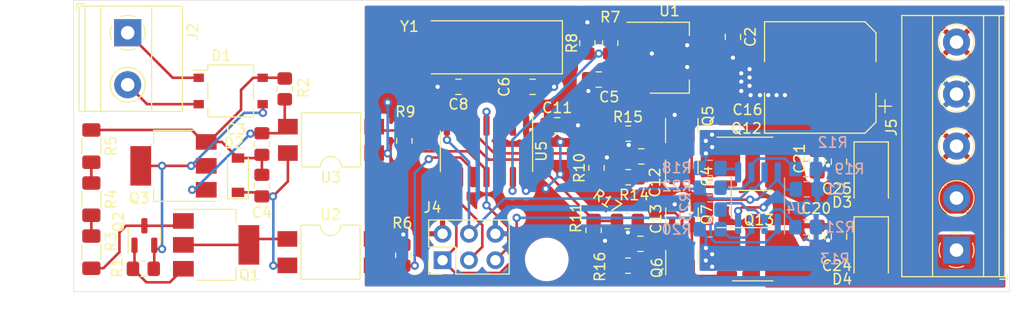
<source format=kicad_pcb>
(kicad_pcb (version 20211014) (generator pcbnew)

  (general
    (thickness 1.6)
  )

  (paper "A4")
  (layers
    (0 "F.Cu" signal)
    (31 "B.Cu" signal)
    (32 "B.Adhes" user "B.Adhesive")
    (33 "F.Adhes" user "F.Adhesive")
    (34 "B.Paste" user)
    (35 "F.Paste" user)
    (36 "B.SilkS" user "B.Silkscreen")
    (37 "F.SilkS" user "F.Silkscreen")
    (38 "B.Mask" user)
    (39 "F.Mask" user)
    (40 "Dwgs.User" user "User.Drawings")
    (41 "Cmts.User" user "User.Comments")
    (42 "Eco1.User" user "User.Eco1")
    (43 "Eco2.User" user "User.Eco2")
    (44 "Edge.Cuts" user)
    (45 "Margin" user)
    (46 "B.CrtYd" user "B.Courtyard")
    (47 "F.CrtYd" user "F.Courtyard")
    (48 "B.Fab" user)
    (49 "F.Fab" user)
  )

  (setup
    (stackup
      (layer "F.SilkS" (type "Top Silk Screen"))
      (layer "F.Paste" (type "Top Solder Paste"))
      (layer "F.Mask" (type "Top Solder Mask") (thickness 0.01))
      (layer "F.Cu" (type "copper") (thickness 0.035))
      (layer "dielectric 1" (type "core") (thickness 1.51) (material "FR4") (epsilon_r 4.5) (loss_tangent 0.02))
      (layer "B.Cu" (type "copper") (thickness 0.035))
      (layer "B.Mask" (type "Bottom Solder Mask") (thickness 0.01))
      (layer "B.Paste" (type "Bottom Solder Paste"))
      (layer "B.SilkS" (type "Bottom Silk Screen"))
      (copper_finish "None")
      (dielectric_constraints no)
    )
    (pad_to_mask_clearance 0)
    (pcbplotparams
      (layerselection 0x00010fc_ffffffff)
      (disableapertmacros false)
      (usegerberextensions false)
      (usegerberattributes true)
      (usegerberadvancedattributes true)
      (creategerberjobfile true)
      (svguseinch false)
      (svgprecision 6)
      (excludeedgelayer true)
      (plotframeref false)
      (viasonmask false)
      (mode 1)
      (useauxorigin false)
      (hpglpennumber 1)
      (hpglpenspeed 20)
      (hpglpendiameter 15.000000)
      (dxfpolygonmode true)
      (dxfimperialunits true)
      (dxfusepcbnewfont true)
      (psnegative false)
      (psa4output false)
      (plotreference true)
      (plotvalue true)
      (plotinvisibletext false)
      (sketchpadsonfab false)
      (subtractmaskfromsilk false)
      (outputformat 1)
      (mirror false)
      (drillshape 1)
      (scaleselection 1)
      (outputdirectory "")
    )
  )

  (net 0 "")
  (net 1 "GND")
  (net 2 "+24V")
  (net 3 "+5V")
  (net 4 "/~{RESET}")
  (net 5 "Net-(Q2-Pad3)")
  (net 6 "Net-(D1-Pad1)")
  (net 7 "Net-(Q2-Pad1)")
  (net 8 "Net-(Q12-Pad4)")
  (net 9 "Net-(Q13-Pad4)")
  (net 10 "Net-(C4-Pad1)")
  (net 11 "/RXD")
  (net 12 "Net-(R9-Pad2)")
  (net 13 "Net-(C3-Pad1)")
  (net 14 "/LED_A")
  (net 15 "/LED_B")
  (net 16 "/VIN_SENSE")
  (net 17 "/TXD")
  (net 18 "Net-(D1-Pad2)")
  (net 19 "-VSW")
  (net 20 "+VSW")
  (net 21 "Net-(Q4-Pad1)")
  (net 22 "Net-(Q5-Pad1)")
  (net 23 "Net-(Q6-Pad1)")
  (net 24 "Net-(Q7-Pad1)")
  (net 25 "Net-(R3-Pad2)")
  (net 26 "Net-(R4-Pad2)")
  (net 27 "Net-(Q3-Pad2)")
  (net 28 "/RAIL_B")
  (net 29 "/RAIL_A")
  (net 30 "Net-(C8-Pad1)")
  (net 31 "Net-(C6-Pad1)")
  (net 32 "/SCK")
  (net 33 "/DALI_SENSE")
  (net 34 "/IOUT_B_MISO")
  (net 35 "/IOUT_A_MOSI")
  (net 36 "Net-(Q12-Pad1)")
  (net 37 "Net-(Q13-Pad1)")
  (net 38 "Net-(U4-Pad2)")
  (net 39 "Net-(R18-Pad1)")
  (net 40 "Net-(R19-Pad1)")
  (net 41 "Net-(R20-Pad1)")

  (footprint "Capacitor_SMD:C_0805_2012Metric_Pad1.18x1.45mm_HandSolder" (layer "F.Cu") (at 178.4 77 -90))

  (footprint "Capacitor_SMD:C_0805_2012Metric_Pad1.18x1.45mm_HandSolder" (layer "F.Cu") (at 165.5 81.1 180))

  (footprint "Package_SO:SOIC-8_3.9x4.9mm_P1.27mm" (layer "F.Cu") (at 180.3 89.2))

  (footprint "Package_SO:SOIC-8_3.9x4.9mm_P1.27mm" (layer "F.Cu") (at 180.3 97.9))

  (footprint "Package_TO_SOT_SMD:SOT-223-3_TabPin2" (layer "F.Cu") (at 172.3 79))

  (footprint "Capacitor_SMD:C_0805_2012Metric_Pad1.18x1.45mm_HandSolder" (layer "F.Cu") (at 133.1 87.3 -90))

  (footprint "Capacitor_SMD:C_0805_2012Metric_Pad1.18x1.45mm_HandSolder" (layer "F.Cu") (at 133.1 91.3 90))

  (footprint "Capacitor_SMD:C_0805_2012Metric_Pad1.18x1.45mm_HandSolder" (layer "F.Cu") (at 169.58125 88.495))

  (footprint "Package_TO_SOT_SMD:SOT-23" (layer "F.Cu") (at 173.48125 89.495 90))

  (footprint "Package_TO_SOT_SMD:SOT-23" (layer "F.Cu") (at 173.48125 85.495 90))

  (footprint "Package_TO_SOT_SMD:SOT-23" (layer "F.Cu") (at 173.5 94.1 90))

  (footprint "Resistor_SMD:R_0805_2012Metric_Pad1.20x1.40mm_HandSolder" (layer "F.Cu") (at 121.7 99.3))

  (footprint "Resistor_SMD:R_0805_2012Metric_Pad1.20x1.40mm_HandSolder" (layer "F.Cu") (at 135.3 82 90))

  (footprint "Resistor_SMD:R_1206_3216Metric_Pad1.30x1.75mm_HandSolder" (layer "F.Cu") (at 116.7 97.7 90))

  (footprint "Resistor_SMD:R_1206_3216Metric_Pad1.30x1.75mm_HandSolder" (layer "F.Cu") (at 116.7 92.6 90))

  (footprint "Resistor_SMD:R_1206_3216Metric_Pad1.30x1.75mm_HandSolder" (layer "F.Cu") (at 116.7 87.5 90))

  (footprint "Resistor_SMD:R_0805_2012Metric_Pad1.20x1.40mm_HandSolder" (layer "F.Cu") (at 146.7 98 90))

  (footprint "Resistor_SMD:R_0805_2012Metric_Pad1.20x1.40mm_HandSolder" (layer "F.Cu") (at 146.8 87 90))

  (footprint "Resistor_SMD:R_0805_2012Metric_Pad1.20x1.40mm_HandSolder" (layer "F.Cu") (at 165.28125 89.595 90))

  (footprint "Resistor_SMD:R_0805_2012Metric_Pad1.20x1.40mm_HandSolder" (layer "F.Cu") (at 165 95.6 -90))

  (footprint "Resistor_SMD:R_0805_2012Metric_Pad1.20x1.40mm_HandSolder" (layer "F.Cu") (at 168.33125 90.495 180))

  (footprint "Resistor_SMD:R_0805_2012Metric_Pad1.20x1.40mm_HandSolder" (layer "F.Cu") (at 168.33125 86.295 180))

  (footprint "Resistor_SMD:R_0805_2012Metric_Pad1.20x1.40mm_HandSolder" (layer "F.Cu") (at 168.3 99 180))

  (footprint "Resistor_SMD:R_0805_2012Metric_Pad1.20x1.40mm_HandSolder" (layer "F.Cu") (at 168.25 94.7 180))

  (footprint "Capacitor_SMD:CP_Elec_10x10.5" (layer "F.Cu") (at 186.8 80.9 180))

  (footprint "Diode_SMD:D_SOD-123" (layer "F.Cu") (at 130.8 90.3 90))

  (footprint "Package_TO_SOT_SMD:SOT-223-3_TabPin2" (layer "F.Cu") (at 124.6 89.4 180))

  (footprint "Package_TO_SOT_SMD:SOT-223-3_TabPin2" (layer "F.Cu") (at 128.7 97))

  (footprint "TerminalBlock_Phoenix:TerminalBlock_Phoenix_MKDS-1,5-2_1x02_P5.00mm_Horizontal" (layer "F.Cu") (at 120.195 76.6 -90))

  (footprint "Package_TO_SOT_SMD:TO-269AA" (layer "F.Cu") (at 130.1 82.2))

  (footprint "Package_TO_SOT_SMD:SOT-23" (layer "F.Cu") (at 121.8 96.1 90))

  (footprint "onitake:SMDIP-4_W8.3mm_Clearance6.4mm" (layer "F.Cu") (at 139.7 97.7))

  (footprint "onitake:SMDIP-4_W8.3mm_Clearance6.4mm" (layer "F.Cu") (at 139.75 86.9 180))

  (footprint "MountingHole:MountingHole_3.2mm_M3_ISO14580" (layer "F.Cu") (at 133.4 76.5))

  (footprint "MountingHole:MountingHole_3.2mm_M3_ISO14580" (layer "F.Cu") (at 160.5 98.4))

  (footprint "TerminalBlock_Phoenix:TerminalBlock_Phoenix_MKDS-1,5-5_1x05_P5.00mm_Horizontal" (layer "F.Cu") (at 199.9 97.5 90))

  (footprint "Connector_PinHeader_2.54mm:PinHeader_2x03_P2.54mm_Vertical" (layer "F.Cu") (at 150.475 98.475 90))

  (footprint "Package_SO:SOIC-14_3.9x8.7mm_P1.27mm" (layer "F.Cu") (at 154.7 88 -90))

  (footprint "Capacitor_SMD:C_0805_2012Metric_Pad1.18x1.45mm_HandSolder" (layer "F.Cu") (at 159.1375 81.8))

  (footprint "Capacitor_SMD:C_0805_2012Metric_Pad1.18x1.45mm_HandSolder" (layer "F.Cu") (at 152 81.8 180))

  (footprint "Capacitor_SMD:C_0805_2012Metric_Pad1.18x1.45mm_HandSolder" (layer "F.Cu") (at 161.5 85.5))

  (footprint "Crystal:Crystal_SMD_HC49-SD" (layer "F.Cu") (at 155.3 78 180))

  (footprint "Resistor_SMD:R_0805_2012Metric_Pad1.20x1.40mm_HandSolder" (layer "F.Cu") (at 166.6 77.6 -90))

  (footprint "Resistor_SMD:R_0805_2012Metric_Pad1.20x1.40mm_HandSolder" (layer "F.Cu") (at 164.4 77.6 90))

  (footprint "Package_TO_SOT_SMD:SOT-23" (layer "F.Cu") (at 173.5 98.2 90))

  (footprint "Capacitor_SMD:C_0805_2012Metric_Pad1.18x1.45mm_HandSolder" (layer "F.Cu") (at 169.5 96.9))

  (footprint "Capacitor_SMD:C_0805_2012Metric_Pad1.18x1.45mm_HandSolder" (layer "F.Cu") (at 186.5 96.2 -90))

  (footprint "Capacitor_SMD:C_0805_2012Metric_Pad1.18x1.45mm_HandSolder" (layer "F.Cu") (at 186.5 89 -90))

  (footprint "Capacitor_SMD:C_0805_2012Metric_Pad1.18x1.45mm_HandSolder" (layer "F.Cu") (at 188.6 96.2 -90))

  (footprint "Capacitor_SMD:C_0805_2012Metric_Pad1.18x1.45mm_HandSolder" (layer "F.Cu") (at 188.6 89 -90))

  (footprint "Diode_SMD:D_SMA" (layer "F.Cu") (at 191.7 90.5 -90))

  (footprint "Diode_SMD:D_SMA" (layer "F.Cu") (at 191.7 97.7 -90))

  (footprint "Resistor_SMD:R_0805_2012Metric_Pad1.20x1.40mm_HandSolder" (layer "B.Cu") (at 176.2 93.6))

  (footprint "onitake:SHUNT_1MILLIOHM" (layer "B.Cu") (at 180.8 98.3 -90))

  (footprint "Resistor_SMD:R_0805_2012Metric_Pad1.20x1.40mm_HandSolder" (layer "B.Cu") (at 185.4 89.7))

  (footprint "Resistor_SMD:R_0805_2012Metric_Pad1.20x1.40mm_HandSolder" (layer "B.Cu") (at 176.2 95.5 180))

  (footprint "onitake:SHUNT_1MILLIOHM" (layer "B.Cu")
    (tedit 62371352) (tstamp 7cd40299-ecf1-4a39-91dd-9a568e812eb0)
    (at 180.8 87.15 -90)
    (property "Sheetfile" "ledstrip.kicad_sch")
    (property "Sheetname" "")
    (path "/893a8aa6-a04a-4449-b633-d0a1700ca0cb")
    (attr smd)
    (fp_text reference "R12" (at 0 -7.2 unlocked) (layer "B.SilkS")
      (effects (font (size 1 1) (thickness 0.15)) (justify mirror))
      (tstamp c0c5d854-b692-44fb-89c4-f6c2f832388e)
    )
    (fp_text value "1m" (at 2.5 0 unlocked) (layer "B.Fab")
      (
... [323948 chars truncated]
</source>
